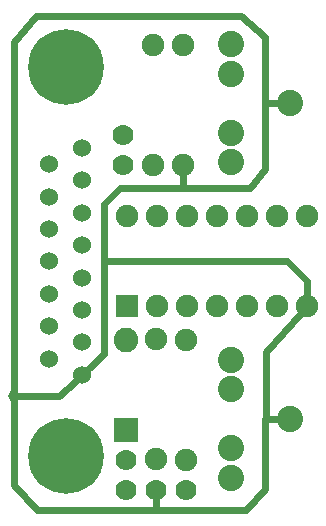
<source format=gbl>
G04 MADE WITH FRITZING*
G04 WWW.FRITZING.ORG*
G04 DOUBLE SIDED*
G04 HOLES PLATED*
G04 CONTOUR ON CENTER OF CONTOUR VECTOR*
%ASAXBY*%
%FSLAX23Y23*%
%MOIN*%
%OFA0B0*%
%SFA1.0B1.0*%
%ADD10C,0.060000*%
%ADD11C,0.250000*%
%ADD12C,0.251968*%
%ADD13C,0.087695*%
%ADD14C,0.087722*%
%ADD15C,0.075000*%
%ADD16C,0.070000*%
%ADD17C,0.082000*%
%ADD18C,0.039370*%
%ADD19R,0.075000X0.075000*%
%ADD20R,0.082000X0.082000*%
%ADD21C,0.024000*%
%ADD22R,0.001000X0.001000*%
%LNCOPPER0*%
G90*
G70*
G54D10*
X426Y487D03*
X426Y595D03*
X426Y703D03*
X426Y811D03*
X426Y919D03*
X426Y1027D03*
X426Y1135D03*
X426Y1243D03*
X314Y541D03*
X314Y649D03*
X314Y757D03*
X314Y865D03*
X314Y973D03*
X314Y1081D03*
X314Y1189D03*
G54D11*
X370Y1513D03*
X370Y217D03*
G54D12*
X370Y1513D03*
X370Y217D03*
G54D13*
X1117Y1393D03*
G54D14*
X921Y1196D03*
X921Y1294D03*
G54D13*
X921Y1491D03*
G54D14*
X921Y1589D03*
G54D13*
X1117Y341D03*
G54D14*
X921Y144D03*
X921Y242D03*
G54D13*
X921Y439D03*
G54D14*
X921Y537D03*
G54D15*
X574Y715D03*
X574Y1015D03*
X674Y715D03*
X674Y1015D03*
X774Y715D03*
X774Y1015D03*
X874Y715D03*
X874Y1015D03*
X974Y715D03*
X974Y1015D03*
X1074Y715D03*
X1074Y1015D03*
X1174Y715D03*
X1174Y1015D03*
G54D16*
X560Y1288D03*
X560Y1188D03*
G54D15*
X662Y1188D03*
X662Y1588D03*
X762Y1188D03*
X762Y1588D03*
G54D17*
X571Y304D03*
X571Y602D03*
G54D16*
X571Y204D03*
X571Y103D03*
G54D15*
X673Y205D03*
X673Y605D03*
X773Y204D03*
X773Y604D03*
G54D16*
X671Y103D03*
X771Y103D03*
G54D18*
X197Y416D03*
G54D19*
X574Y715D03*
G54D20*
X571Y303D03*
G54D21*
X1036Y341D02*
X1036Y105D01*
D02*
X1036Y105D02*
X973Y37D01*
D02*
X973Y37D02*
X671Y37D01*
D02*
X1080Y341D02*
X1036Y341D01*
D02*
X671Y37D02*
X671Y77D01*
D02*
X671Y37D02*
X275Y37D01*
D02*
X275Y37D02*
X197Y121D01*
D02*
X671Y77D02*
X671Y37D01*
D02*
X216Y416D02*
X348Y416D01*
D02*
X197Y121D02*
X197Y397D01*
D02*
X348Y416D02*
X405Y468D01*
D02*
X1037Y564D02*
X1037Y341D01*
D02*
X1037Y341D02*
X1080Y341D01*
D02*
X1154Y694D02*
X1037Y564D01*
D02*
X1035Y1172D02*
X986Y1111D01*
D02*
X1035Y1393D02*
X1035Y1172D01*
D02*
X1080Y1393D02*
X1035Y1393D01*
D02*
X762Y1111D02*
X986Y1111D01*
D02*
X762Y1160D02*
X762Y1111D01*
D02*
X197Y1597D02*
X272Y1684D01*
D02*
X272Y1684D02*
X954Y1684D01*
D02*
X954Y1684D02*
X1035Y1613D01*
D02*
X1035Y1613D02*
X1035Y1393D01*
D02*
X1035Y1393D02*
X1080Y1393D01*
D02*
X197Y435D02*
X197Y1597D01*
D02*
X1109Y866D02*
X498Y866D01*
D02*
X1174Y801D02*
X1109Y866D01*
D02*
X498Y866D02*
X498Y558D01*
D02*
X498Y558D02*
X446Y507D01*
D02*
X1174Y743D02*
X1174Y801D01*
D02*
X498Y557D02*
X498Y1055D01*
D02*
X498Y1055D02*
X553Y1111D01*
D02*
X553Y1111D02*
X762Y1111D01*
D02*
X762Y1111D02*
X762Y1160D01*
D02*
X446Y507D02*
X498Y557D01*
G54D22*
D02*
G04 End of Copper0*
M02*
</source>
